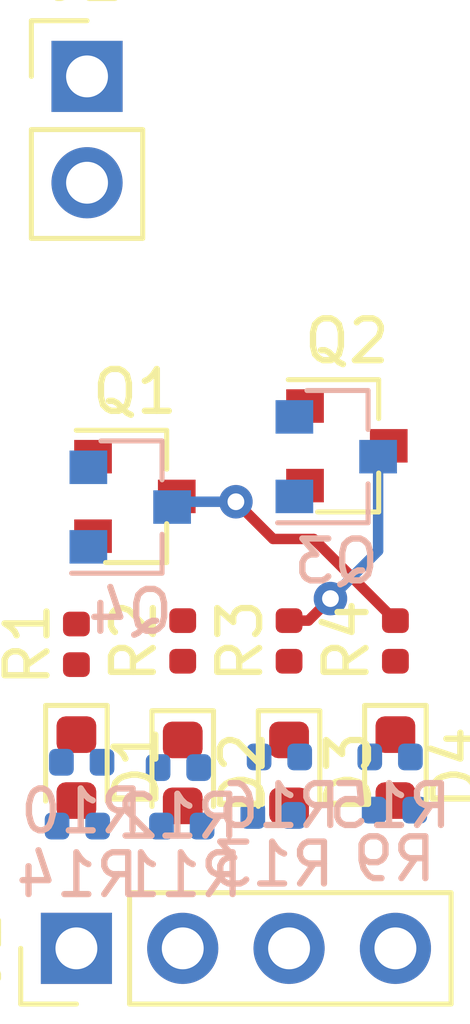
<source format=kicad_pcb>
(kicad_pcb (version 20171130) (host pcbnew "(5.0.2)-1")

  (general
    (thickness 1.6)
    (drawings 0)
    (tracks 11)
    (zones 0)
    (modules 22)
    (nets 19)
  )

  (page A4)
  (layers
    (0 F.Cu signal)
    (31 B.Cu signal)
    (32 B.Adhes user hide)
    (33 F.Adhes user hide)
    (34 B.Paste user hide)
    (35 F.Paste user hide)
    (36 B.SilkS user hide)
    (37 F.SilkS user hide)
    (38 B.Mask user hide)
    (39 F.Mask user hide)
    (40 Dwgs.User user hide)
    (41 Cmts.User user hide)
    (42 Eco1.User user hide)
    (43 Eco2.User user hide)
    (44 Edge.Cuts user)
    (45 Margin user hide)
    (46 B.CrtYd user)
    (47 F.CrtYd user)
    (48 B.Fab user hide)
    (49 F.Fab user hide)
  )

  (setup
    (last_trace_width 0.25)
    (trace_clearance 0.2)
    (zone_clearance 0.508)
    (zone_45_only no)
    (trace_min 0.2)
    (segment_width 0.2)
    (edge_width 0.1)
    (via_size 0.8)
    (via_drill 0.4)
    (via_min_size 0.4)
    (via_min_drill 0.3)
    (uvia_size 0.3)
    (uvia_drill 0.1)
    (uvias_allowed no)
    (uvia_min_size 0.2)
    (uvia_min_drill 0.1)
    (pcb_text_width 0.3)
    (pcb_text_size 1.5 1.5)
    (mod_edge_width 0.15)
    (mod_text_size 1 1)
    (mod_text_width 0.15)
    (pad_size 1.5 1.5)
    (pad_drill 0.6)
    (pad_to_mask_clearance 0)
    (aux_axis_origin 0 0)
    (visible_elements FFFFFF7F)
    (pcbplotparams
      (layerselection 0x010fc_ffffffff)
      (usegerberextensions false)
      (usegerberattributes false)
      (usegerberadvancedattributes false)
      (creategerberjobfile false)
      (excludeedgelayer true)
      (linewidth 0.100000)
      (plotframeref false)
      (viasonmask false)
      (mode 1)
      (useauxorigin false)
      (hpglpennumber 1)
      (hpglpenspeed 20)
      (hpglpendiameter 15.000000)
      (psnegative false)
      (psa4output false)
      (plotreference true)
      (plotvalue true)
      (plotinvisibletext false)
      (padsonsilk false)
      (subtractmaskfromsilk false)
      (outputformat 1)
      (mirror false)
      (drillshape 1)
      (scaleselection 1)
      (outputdirectory ""))
  )

  (net 0 "")
  (net 1 "Net-(D1-Pad1)")
  (net 2 "Net-(Q1-Pad3)")
  (net 3 "Net-(Q2-Pad3)")
  (net 4 "Net-(D2-Pad1)")
  (net 5 "Net-(J1-Pad4)")
  (net 6 "Net-(Q4-Pad1)")
  (net 7 GND)
  (net 8 "Net-(Q3-Pad1)")
  (net 9 "Net-(J1-Pad3)")
  (net 10 "Net-(Q2-Pad1)")
  (net 11 "Net-(J1-Pad2)")
  (net 12 "Net-(Q1-Pad1)")
  (net 13 "Net-(J1-Pad1)")
  (net 14 "Net-(Q4-Pad3)")
  (net 15 "Net-(D4-Pad1)")
  (net 16 "Net-(D3-Pad1)")
  (net 17 "Net-(Q3-Pad3)")
  (net 18 VCC)

  (net_class Default "This is the default net class."
    (clearance 0.2)
    (trace_width 0.25)
    (via_dia 0.8)
    (via_drill 0.4)
    (uvia_dia 0.3)
    (uvia_drill 0.1)
    (add_net GND)
    (add_net "Net-(D1-Pad1)")
    (add_net "Net-(D2-Pad1)")
    (add_net "Net-(D3-Pad1)")
    (add_net "Net-(D4-Pad1)")
    (add_net "Net-(J1-Pad1)")
    (add_net "Net-(J1-Pad2)")
    (add_net "Net-(J1-Pad3)")
    (add_net "Net-(J1-Pad4)")
    (add_net "Net-(Q1-Pad1)")
    (add_net "Net-(Q1-Pad3)")
    (add_net "Net-(Q2-Pad1)")
    (add_net "Net-(Q2-Pad3)")
    (add_net "Net-(Q3-Pad1)")
    (add_net "Net-(Q3-Pad3)")
    (add_net "Net-(Q4-Pad1)")
    (add_net "Net-(Q4-Pad3)")
    (add_net VCC)
  )

  (module Connector_PinHeader_2.54mm:PinHeader_1x02_P2.54mm_Vertical (layer F.Cu) (tedit 59FED5CC) (tstamp 5CD09904)
    (at 131.445 98.933)
    (descr "Through hole straight pin header, 1x02, 2.54mm pitch, single row")
    (tags "Through hole pin header THT 1x02 2.54mm single row")
    (path /5C70CE8D)
    (fp_text reference J2 (at 0 -2.33) (layer F.SilkS)
      (effects (font (size 1 1) (thickness 0.15)))
    )
    (fp_text value Conn_01x02_Male (at 0 4.87) (layer F.Fab)
      (effects (font (size 1 1) (thickness 0.15)))
    )
    (fp_line (start -0.635 -1.27) (end 1.27 -1.27) (layer F.Fab) (width 0.1))
    (fp_line (start 1.27 -1.27) (end 1.27 3.81) (layer F.Fab) (width 0.1))
    (fp_line (start 1.27 3.81) (end -1.27 3.81) (layer F.Fab) (width 0.1))
    (fp_line (start -1.27 3.81) (end -1.27 -0.635) (layer F.Fab) (width 0.1))
    (fp_line (start -1.27 -0.635) (end -0.635 -1.27) (layer F.Fab) (width 0.1))
    (fp_line (start -1.33 3.87) (end 1.33 3.87) (layer F.SilkS) (width 0.12))
    (fp_line (start -1.33 1.27) (end -1.33 3.87) (layer F.SilkS) (width 0.12))
    (fp_line (start 1.33 1.27) (end 1.33 3.87) (layer F.SilkS) (width 0.12))
    (fp_line (start -1.33 1.27) (end 1.33 1.27) (layer F.SilkS) (width 0.12))
    (fp_line (start -1.33 0) (end -1.33 -1.33) (layer F.SilkS) (width 0.12))
    (fp_line (start -1.33 -1.33) (end 0 -1.33) (layer F.SilkS) (width 0.12))
    (fp_line (start -1.8 -1.8) (end -1.8 4.35) (layer F.CrtYd) (width 0.05))
    (fp_line (start -1.8 4.35) (end 1.8 4.35) (layer F.CrtYd) (width 0.05))
    (fp_line (start 1.8 4.35) (end 1.8 -1.8) (layer F.CrtYd) (width 0.05))
    (fp_line (start 1.8 -1.8) (end -1.8 -1.8) (layer F.CrtYd) (width 0.05))
    (fp_text user %R (at 0 1.27 90) (layer F.Fab)
      (effects (font (size 1 1) (thickness 0.15)))
    )
    (pad 1 thru_hole rect (at 0 0) (size 1.7 1.7) (drill 1) (layers *.Cu *.Mask)
      (net 18 VCC))
    (pad 2 thru_hole oval (at 0 2.54) (size 1.7 1.7) (drill 1) (layers *.Cu *.Mask)
      (net 7 GND))
    (model ${KISYS3DMOD}/Connector_PinHeader_2.54mm.3dshapes/PinHeader_1x02_P2.54mm_Vertical.wrl
      (at (xyz 0 0 0))
      (scale (xyz 1 1 1))
      (rotate (xyz 0 0 0))
    )
  )

  (module Connector_PinHeader_2.54mm:PinHeader_1x04_P2.54mm_Vertical (layer F.Cu) (tedit 59FED5CC) (tstamp 5CD09945)
    (at 131.191 119.761 90)
    (descr "Through hole straight pin header, 1x04, 2.54mm pitch, single row")
    (tags "Through hole pin header THT 1x04 2.54mm single row")
    (path /5C70CCC1)
    (fp_text reference J1 (at 0 -2.33 90) (layer F.SilkS)
      (effects (font (size 1 1) (thickness 0.15)))
    )
    (fp_text value Conn_01x08_Male (at 0 9.95 90) (layer F.Fab)
      (effects (font (size 1 1) (thickness 0.15)))
    )
    (fp_line (start -0.635 -1.27) (end 1.27 -1.27) (layer F.Fab) (width 0.1))
    (fp_line (start 1.27 -1.27) (end 1.27 8.89) (layer F.Fab) (width 0.1))
    (fp_line (start 1.27 8.89) (end -1.27 8.89) (layer F.Fab) (width 0.1))
    (fp_line (start -1.27 8.89) (end -1.27 -0.635) (layer F.Fab) (width 0.1))
    (fp_line (start -1.27 -0.635) (end -0.635 -1.27) (layer F.Fab) (width 0.1))
    (fp_line (start -1.33 8.95) (end 1.33 8.95) (layer F.SilkS) (width 0.12))
    (fp_line (start -1.33 1.27) (end -1.33 8.95) (layer F.SilkS) (width 0.12))
    (fp_line (start 1.33 1.27) (end 1.33 8.95) (layer F.SilkS) (width 0.12))
    (fp_line (start -1.33 1.27) (end 1.33 1.27) (layer F.SilkS) (width 0.12))
    (fp_line (start -1.33 0) (end -1.33 -1.33) (layer F.SilkS) (width 0.12))
    (fp_line (start -1.33 -1.33) (end 0 -1.33) (layer F.SilkS) (width 0.12))
    (fp_line (start -1.8 -1.8) (end -1.8 9.4) (layer F.CrtYd) (width 0.05))
    (fp_line (start -1.8 9.4) (end 1.8 9.4) (layer F.CrtYd) (width 0.05))
    (fp_line (start 1.8 9.4) (end 1.8 -1.8) (layer F.CrtYd) (width 0.05))
    (fp_line (start 1.8 -1.8) (end -1.8 -1.8) (layer F.CrtYd) (width 0.05))
    (fp_text user %R (at 0 3.81 180) (layer F.Fab)
      (effects (font (size 1 1) (thickness 0.15)))
    )
    (pad 1 thru_hole rect (at 0 0 90) (size 1.7 1.7) (drill 1) (layers *.Cu *.Mask)
      (net 13 "Net-(J1-Pad1)"))
    (pad 2 thru_hole oval (at 0 2.54 90) (size 1.7 1.7) (drill 1) (layers *.Cu *.Mask)
      (net 11 "Net-(J1-Pad2)"))
    (pad 3 thru_hole oval (at 0 5.08 90) (size 1.7 1.7) (drill 1) (layers *.Cu *.Mask)
      (net 9 "Net-(J1-Pad3)"))
    (pad 4 thru_hole oval (at 0 7.62 90) (size 1.7 1.7) (drill 1) (layers *.Cu *.Mask)
      (net 5 "Net-(J1-Pad4)"))
    (model ${KISYS3DMOD}/Connector_PinHeader_2.54mm.3dshapes/PinHeader_1x04_P2.54mm_Vertical.wrl
      (at (xyz 0 0 0))
      (scale (xyz 1 1 1))
      (rotate (xyz 0 0 0))
    )
  )

  (module LED_SMD:LED_0603_1608Metric (layer F.Cu) (tedit 5B301BBE) (tstamp 5CD09985)
    (at 133.731 115.57 270)
    (descr "LED SMD 0603 (1608 Metric), square (rectangular) end terminal, IPC_7351 nominal, (Body size source: http://www.tortai-tech.com/upload/download/2011102023233369053.pdf), generated with kicad-footprint-generator")
    (tags diode)
    (path /5C70FA21)
    (attr smd)
    (fp_text reference D2 (at 0 -1.43 270) (layer F.SilkS)
      (effects (font (size 1 1) (thickness 0.15)))
    )
    (fp_text value LED (at 0 1.43 270) (layer F.Fab)
      (effects (font (size 1 1) (thickness 0.15)))
    )
    (fp_text user %R (at 0 0 270) (layer F.Fab)
      (effects (font (size 0.4 0.4) (thickness 0.06)))
    )
    (fp_line (start 1.48 0.73) (end -1.48 0.73) (layer F.CrtYd) (width 0.05))
    (fp_line (start 1.48 -0.73) (end 1.48 0.73) (layer F.CrtYd) (width 0.05))
    (fp_line (start -1.48 -0.73) (end 1.48 -0.73) (layer F.CrtYd) (width 0.05))
    (fp_line (start -1.48 0.73) (end -1.48 -0.73) (layer F.CrtYd) (width 0.05))
    (fp_line (start -1.485 0.735) (end 0.8 0.735) (layer F.SilkS) (width 0.12))
    (fp_line (start -1.485 -0.735) (end -1.485 0.735) (layer F.SilkS) (width 0.12))
    (fp_line (start 0.8 -0.735) (end -1.485 -0.735) (layer F.SilkS) (width 0.12))
    (fp_line (start 0.8 0.4) (end 0.8 -0.4) (layer F.Fab) (width 0.1))
    (fp_line (start -0.8 0.4) (end 0.8 0.4) (layer F.Fab) (width 0.1))
    (fp_line (start -0.8 -0.1) (end -0.8 0.4) (layer F.Fab) (width 0.1))
    (fp_line (start -0.5 -0.4) (end -0.8 -0.1) (layer F.Fab) (width 0.1))
    (fp_line (start 0.8 -0.4) (end -0.5 -0.4) (layer F.Fab) (width 0.1))
    (pad 2 smd roundrect (at 0.7875 0 270) (size 0.875 0.95) (layers F.Cu F.Paste F.Mask) (roundrect_rratio 0.25)
      (net 18 VCC))
    (pad 1 smd roundrect (at -0.7875 0 270) (size 0.875 0.95) (layers F.Cu F.Paste F.Mask) (roundrect_rratio 0.25)
      (net 4 "Net-(D2-Pad1)"))
    (model ${KISYS3DMOD}/LED_SMD.3dshapes/LED_0603_1608Metric.wrl
      (at (xyz 0 0 0))
      (scale (xyz 1 1 1))
      (rotate (xyz 0 0 0))
    )
  )

  (module LED_SMD:LED_0603_1608Metric (layer F.Cu) (tedit 5B301BBE) (tstamp 5CD099BB)
    (at 136.271 115.57 270)
    (descr "LED SMD 0603 (1608 Metric), square (rectangular) end terminal, IPC_7351 nominal, (Body size source: http://www.tortai-tech.com/upload/download/2011102023233369053.pdf), generated with kicad-footprint-generator")
    (tags diode)
    (path /5C70FF63)
    (attr smd)
    (fp_text reference D3 (at 0 -1.43 270) (layer F.SilkS)
      (effects (font (size 1 1) (thickness 0.15)))
    )
    (fp_text value LED (at 0 1.43 270) (layer F.Fab)
      (effects (font (size 1 1) (thickness 0.15)))
    )
    (fp_line (start 0.8 -0.4) (end -0.5 -0.4) (layer F.Fab) (width 0.1))
    (fp_line (start -0.5 -0.4) (end -0.8 -0.1) (layer F.Fab) (width 0.1))
    (fp_line (start -0.8 -0.1) (end -0.8 0.4) (layer F.Fab) (width 0.1))
    (fp_line (start -0.8 0.4) (end 0.8 0.4) (layer F.Fab) (width 0.1))
    (fp_line (start 0.8 0.4) (end 0.8 -0.4) (layer F.Fab) (width 0.1))
    (fp_line (start 0.8 -0.735) (end -1.485 -0.735) (layer F.SilkS) (width 0.12))
    (fp_line (start -1.485 -0.735) (end -1.485 0.735) (layer F.SilkS) (width 0.12))
    (fp_line (start -1.485 0.735) (end 0.8 0.735) (layer F.SilkS) (width 0.12))
    (fp_line (start -1.48 0.73) (end -1.48 -0.73) (layer F.CrtYd) (width 0.05))
    (fp_line (start -1.48 -0.73) (end 1.48 -0.73) (layer F.CrtYd) (width 0.05))
    (fp_line (start 1.48 -0.73) (end 1.48 0.73) (layer F.CrtYd) (width 0.05))
    (fp_line (start 1.48 0.73) (end -1.48 0.73) (layer F.CrtYd) (width 0.05))
    (fp_text user %R (at 0 0 270) (layer F.Fab)
      (effects (font (size 0.4 0.4) (thickness 0.06)))
    )
    (pad 1 smd roundrect (at -0.7875 0 270) (size 0.875 0.95) (layers F.Cu F.Paste F.Mask) (roundrect_rratio 0.25)
      (net 16 "Net-(D3-Pad1)"))
    (pad 2 smd roundrect (at 0.7875 0 270) (size 0.875 0.95) (layers F.Cu F.Paste F.Mask) (roundrect_rratio 0.25)
      (net 18 VCC))
    (model ${KISYS3DMOD}/LED_SMD.3dshapes/LED_0603_1608Metric.wrl
      (at (xyz 0 0 0))
      (scale (xyz 1 1 1))
      (rotate (xyz 0 0 0))
    )
  )

  (module LED_SMD:LED_0603_1608Metric (layer F.Cu) (tedit 5B301BBE) (tstamp 5CD09829)
    (at 138.811 115.443 270)
    (descr "LED SMD 0603 (1608 Metric), square (rectangular) end terminal, IPC_7351 nominal, (Body size source: http://www.tortai-tech.com/upload/download/2011102023233369053.pdf), generated with kicad-footprint-generator")
    (tags diode)
    (path /5C71024B)
    (attr smd)
    (fp_text reference D4 (at 0 -1.43 270) (layer F.SilkS)
      (effects (font (size 1 1) (thickness 0.15)))
    )
    (fp_text value LED (at 0 1.43 270) (layer F.Fab)
      (effects (font (size 1 1) (thickness 0.15)))
    )
    (fp_text user %R (at 0 0 270) (layer F.Fab)
      (effects (font (size 0.4 0.4) (thickness 0.06)))
    )
    (fp_line (start 1.48 0.73) (end -1.48 0.73) (layer F.CrtYd) (width 0.05))
    (fp_line (start 1.48 -0.73) (end 1.48 0.73) (layer F.CrtYd) (width 0.05))
    (fp_line (start -1.48 -0.73) (end 1.48 -0.73) (layer F.CrtYd) (width 0.05))
    (fp_line (start -1.48 0.73) (end -1.48 -0.73) (layer F.CrtYd) (width 0.05))
    (fp_line (start -1.485 0.735) (end 0.8 0.735) (layer F.SilkS) (width 0.12))
    (fp_line (start -1.485 -0.735) (end -1.485 0.735) (layer F.SilkS) (width 0.12))
    (fp_line (start 0.8 -0.735) (end -1.485 -0.735) (layer F.SilkS) (width 0.12))
    (fp_line (start 0.8 0.4) (end 0.8 -0.4) (layer F.Fab) (width 0.1))
    (fp_line (start -0.8 0.4) (end 0.8 0.4) (layer F.Fab) (width 0.1))
    (fp_line (start -0.8 -0.1) (end -0.8 0.4) (layer F.Fab) (width 0.1))
    (fp_line (start -0.5 -0.4) (end -0.8 -0.1) (layer F.Fab) (width 0.1))
    (fp_line (start 0.8 -0.4) (end -0.5 -0.4) (layer F.Fab) (width 0.1))
    (pad 2 smd roundrect (at 0.7875 0 270) (size 0.875 0.95) (layers F.Cu F.Paste F.Mask) (roundrect_rratio 0.25)
      (net 18 VCC))
    (pad 1 smd roundrect (at -0.7875 0 270) (size 0.875 0.95) (layers F.Cu F.Paste F.Mask) (roundrect_rratio 0.25)
      (net 15 "Net-(D4-Pad1)"))
    (model ${KISYS3DMOD}/LED_SMD.3dshapes/LED_0603_1608Metric.wrl
      (at (xyz 0 0 0))
      (scale (xyz 1 1 1))
      (rotate (xyz 0 0 0))
    )
  )

  (module LED_SMD:LED_0603_1608Metric (layer F.Cu) (tedit 5B301BBE) (tstamp 5CD099F1)
    (at 131.191 115.443 270)
    (descr "LED SMD 0603 (1608 Metric), square (rectangular) end terminal, IPC_7351 nominal, (Body size source: http://www.tortai-tech.com/upload/download/2011102023233369053.pdf), generated with kicad-footprint-generator")
    (tags diode)
    (path /5C70DD4E)
    (attr smd)
    (fp_text reference D1 (at 0 -1.43 270) (layer F.SilkS)
      (effects (font (size 1 1) (thickness 0.15)))
    )
    (fp_text value LED (at 0 1.43 270) (layer F.Fab)
      (effects (font (size 1 1) (thickness 0.15)))
    )
    (fp_line (start 0.8 -0.4) (end -0.5 -0.4) (layer F.Fab) (width 0.1))
    (fp_line (start -0.5 -0.4) (end -0.8 -0.1) (layer F.Fab) (width 0.1))
    (fp_line (start -0.8 -0.1) (end -0.8 0.4) (layer F.Fab) (width 0.1))
    (fp_line (start -0.8 0.4) (end 0.8 0.4) (layer F.Fab) (width 0.1))
    (fp_line (start 0.8 0.4) (end 0.8 -0.4) (layer F.Fab) (width 0.1))
    (fp_line (start 0.8 -0.735) (end -1.485 -0.735) (layer F.SilkS) (width 0.12))
    (fp_line (start -1.485 -0.735) (end -1.485 0.735) (layer F.SilkS) (width 0.12))
    (fp_line (start -1.485 0.735) (end 0.8 0.735) (layer F.SilkS) (width 0.12))
    (fp_line (start -1.48 0.73) (end -1.48 -0.73) (layer F.CrtYd) (width 0.05))
    (fp_line (start -1.48 -0.73) (end 1.48 -0.73) (layer F.CrtYd) (width 0.05))
    (fp_line (start 1.48 -0.73) (end 1.48 0.73) (layer F.CrtYd) (width 0.05))
    (fp_line (start 1.48 0.73) (end -1.48 0.73) (layer F.CrtYd) (width 0.05))
    (fp_text user %R (at 0 0 270) (layer F.Fab)
      (effects (font (size 0.4 0.4) (thickness 0.06)))
    )
    (pad 1 smd roundrect (at -0.7875 0 270) (size 0.875 0.95) (layers F.Cu F.Paste F.Mask) (roundrect_rratio 0.25)
      (net 1 "Net-(D1-Pad1)"))
    (pad 2 smd roundrect (at 0.7875 0 270) (size 0.875 0.95) (layers F.Cu F.Paste F.Mask) (roundrect_rratio 0.25)
      (net 18 VCC))
    (model ${KISYS3DMOD}/LED_SMD.3dshapes/LED_0603_1608Metric.wrl
      (at (xyz 0 0 0))
      (scale (xyz 1 1 1))
      (rotate (xyz 0 0 0))
    )
  )

  (module Package_TO_SOT_SMD:SOT-23 (layer F.Cu) (tedit 5A02FF57) (tstamp 5CD09A29)
    (at 132.588 108.966)
    (descr "SOT-23, Standard")
    (tags SOT-23)
    (path /5C70E3DE)
    (attr smd)
    (fp_text reference Q1 (at 0 -2.5) (layer F.SilkS)
      (effects (font (size 1 1) (thickness 0.15)))
    )
    (fp_text value 2N3904 (at 0 2.5) (layer F.Fab)
      (effects (font (size 1 1) (thickness 0.15)))
    )
    (fp_line (start 0.76 1.58) (end -0.7 1.58) (layer F.SilkS) (width 0.12))
    (fp_line (start 0.76 -1.58) (end -1.4 -1.58) (layer F.SilkS) (width 0.12))
    (fp_line (start -1.7 1.75) (end -1.7 -1.75) (layer F.CrtYd) (width 0.05))
    (fp_line (start 1.7 1.75) (end -1.7 1.75) (layer F.CrtYd) (width 0.05))
    (fp_line (start 1.7 -1.75) (end 1.7 1.75) (layer F.CrtYd) (width 0.05))
    (fp_line (start -1.7 -1.75) (end 1.7 -1.75) (layer F.CrtYd) (width 0.05))
    (fp_line (start 0.76 -1.58) (end 0.76 -0.65) (layer F.SilkS) (width 0.12))
    (fp_line (start 0.76 1.58) (end 0.76 0.65) (layer F.SilkS) (width 0.12))
    (fp_line (start -0.7 1.52) (end 0.7 1.52) (layer F.Fab) (width 0.1))
    (fp_line (start 0.7 -1.52) (end 0.7 1.52) (layer F.Fab) (width 0.1))
    (fp_line (start -0.7 -0.95) (end -0.15 -1.52) (layer F.Fab) (width 0.1))
    (fp_line (start -0.15 -1.52) (end 0.7 -1.52) (layer F.Fab) (width 0.1))
    (fp_line (start -0.7 -0.95) (end -0.7 1.5) (layer F.Fab) (width 0.1))
    (fp_text user %R (at 0 0 90) (layer F.Fab)
      (effects (font (size 0.5 0.5) (thickness 0.075)))
    )
    (pad 3 smd rect (at 1 0) (size 0.9 0.8) (layers F.Cu F.Paste F.Mask)
      (net 2 "Net-(Q1-Pad3)"))
    (pad 2 smd rect (at -1 0.95) (size 0.9 0.8) (layers F.Cu F.Paste F.Mask)
      (net 7 GND))
    (pad 1 smd rect (at -1 -0.95) (size 0.9 0.8) (layers F.Cu F.Paste F.Mask)
      (net 12 "Net-(Q1-Pad1)"))
    (model ${KISYS3DMOD}/Package_TO_SOT_SMD.3dshapes/SOT-23.wrl
      (at (xyz 0 0 0))
      (scale (xyz 1 1 1))
      (rotate (xyz 0 0 0))
    )
  )

  (module Package_TO_SOT_SMD:SOT-23 (layer F.Cu) (tedit 5A02FF57) (tstamp 5CD0988B)
    (at 137.652 107.757)
    (descr "SOT-23, Standard")
    (tags SOT-23)
    (path /5C70FA37)
    (attr smd)
    (fp_text reference Q2 (at 0 -2.5) (layer F.SilkS)
      (effects (font (size 1 1) (thickness 0.15)))
    )
    (fp_text value 2N3904 (at 0 2.5) (layer F.Fab)
      (effects (font (size 1 1) (thickness 0.15)))
    )
    (fp_text user %R (at 0 0 90) (layer F.Fab)
      (effects (font (size 0.5 0.5) (thickness 0.075)))
    )
    (fp_line (start -0.7 -0.95) (end -0.7 1.5) (layer F.Fab) (width 0.1))
    (fp_line (start -0.15 -1.52) (end 0.7 -1.52) (layer F.Fab) (width 0.1))
    (fp_line (start -0.7 -0.95) (end -0.15 -1.52) (layer F.Fab) (width 0.1))
    (fp_line (start 0.7 -1.52) (end 0.7 1.52) (layer F.Fab) (width 0.1))
    (fp_line (start -0.7 1.52) (end 0.7 1.52) (layer F.Fab) (width 0.1))
    (fp_line (start 0.76 1.58) (end 0.76 0.65) (layer F.SilkS) (width 0.12))
    (fp_line (start 0.76 -1.58) (end 0.76 -0.65) (layer F.SilkS) (width 0.12))
    (fp_line (start -1.7 -1.75) (end 1.7 -1.75) (layer F.CrtYd) (width 0.05))
    (fp_line (start 1.7 -1.75) (end 1.7 1.75) (layer F.CrtYd) (width 0.05))
    (fp_line (start 1.7 1.75) (end -1.7 1.75) (layer F.CrtYd) (width 0.05))
    (fp_line (start -1.7 1.75) (end -1.7 -1.75) (layer F.CrtYd) (width 0.05))
    (fp_line (start 0.76 -1.58) (end -1.4 -1.58) (layer F.SilkS) (width 0.12))
    (fp_line (start 0.76 1.58) (end -0.7 1.58) (layer F.SilkS) (width 0.12))
    (pad 1 smd rect (at -1 -0.95) (size 0.9 0.8) (layers F.Cu F.Paste F.Mask)
      (net 10 "Net-(Q2-Pad1)"))
    (pad 2 smd rect (at -1 0.95) (size 0.9 0.8) (layers F.Cu F.Paste F.Mask)
      (net 7 GND))
    (pad 3 smd rect (at 1 0) (size 0.9 0.8) (layers F.Cu F.Paste F.Mask)
      (net 3 "Net-(Q2-Pad3)"))
    (model ${KISYS3DMOD}/Package_TO_SOT_SMD.3dshapes/SOT-23.wrl
      (at (xyz 0 0 0))
      (scale (xyz 1 1 1))
      (rotate (xyz 0 0 0))
    )
  )

  (module Package_TO_SOT_SMD:SOT-23 (layer B.Cu) (tedit 5A02FF57) (tstamp 5CD09A8F)
    (at 137.398 108.016)
    (descr "SOT-23, Standard")
    (tags SOT-23)
    (path /5C70FF79)
    (attr smd)
    (fp_text reference Q3 (at 0 2.5) (layer B.SilkS)
      (effects (font (size 1 1) (thickness 0.15)) (justify mirror))
    )
    (fp_text value 2N3904 (at 0 -2.5) (layer B.Fab)
      (effects (font (size 1 1) (thickness 0.15)) (justify mirror))
    )
    (fp_line (start 0.76 -1.58) (end -0.7 -1.58) (layer B.SilkS) (width 0.12))
    (fp_line (start 0.76 1.58) (end -1.4 1.58) (layer B.SilkS) (width 0.12))
    (fp_line (start -1.7 -1.75) (end -1.7 1.75) (layer B.CrtYd) (width 0.05))
    (fp_line (start 1.7 -1.75) (end -1.7 -1.75) (layer B.CrtYd) (width 0.05))
    (fp_line (start 1.7 1.75) (end 1.7 -1.75) (layer B.CrtYd) (width 0.05))
    (fp_line (start -1.7 1.75) (end 1.7 1.75) (layer B.CrtYd) (width 0.05))
    (fp_line (start 0.76 1.58) (end 0.76 0.65) (layer B.SilkS) (width 0.12))
    (fp_line (start 0.76 -1.58) (end 0.76 -0.65) (layer B.SilkS) (width 0.12))
    (fp_line (start -0.7 -1.52) (end 0.7 -1.52) (layer B.Fab) (width 0.1))
    (fp_line (start 0.7 1.52) (end 0.7 -1.52) (layer B.Fab) (width 0.1))
    (fp_line (start -0.7 0.95) (end -0.15 1.52) (layer B.Fab) (width 0.1))
    (fp_line (start -0.15 1.52) (end 0.7 1.52) (layer B.Fab) (width 0.1))
    (fp_line (start -0.7 0.95) (end -0.7 -1.5) (layer B.Fab) (width 0.1))
    (fp_text user %R (at 0 0 -90) (layer B.Fab)
      (effects (font (size 0.5 0.5) (thickness 0.075)) (justify mirror))
    )
    (pad 3 smd rect (at 1 0) (size 0.9 0.8) (layers B.Cu B.Paste B.Mask)
      (net 17 "Net-(Q3-Pad3)"))
    (pad 2 smd rect (at -1 -0.95) (size 0.9 0.8) (layers B.Cu B.Paste B.Mask)
      (net 7 GND))
    (pad 1 smd rect (at -1 0.95) (size 0.9 0.8) (layers B.Cu B.Paste B.Mask)
      (net 8 "Net-(Q3-Pad1)"))
    (model ${KISYS3DMOD}/Package_TO_SOT_SMD.3dshapes/SOT-23.wrl
      (at (xyz 0 0 0))
      (scale (xyz 1 1 1))
      (rotate (xyz 0 0 0))
    )
  )

  (module Package_TO_SOT_SMD:SOT-23 (layer B.Cu) (tedit 5A02FF57) (tstamp 5CD09D7F)
    (at 132.477 109.22)
    (descr "SOT-23, Standard")
    (tags SOT-23)
    (path /5C710261)
    (attr smd)
    (fp_text reference Q4 (at 0 2.5) (layer B.SilkS)
      (effects (font (size 1 1) (thickness 0.15)) (justify mirror))
    )
    (fp_text value 2N3904 (at 0 -2.5) (layer B.Fab)
      (effects (font (size 1 1) (thickness 0.15)) (justify mirror))
    )
    (fp_text user %R (at 0 0 -90) (layer B.Fab)
      (effects (font (size 0.5 0.5) (thickness 0.075)) (justify mirror))
    )
    (fp_line (start -0.7 0.95) (end -0.7 -1.5) (layer B.Fab) (width 0.1))
    (fp_line (start -0.15 1.52) (end 0.7 1.52) (layer B.Fab) (width 0.1))
    (fp_line (start -0.7 0.95) (end -0.15 1.52) (layer B.Fab) (width 0.1))
    (fp_line (start 0.7 1.52) (end 0.7 -1.52) (layer B.Fab) (width 0.1))
    (fp_line (start -0.7 -1.52) (end 0.7 -1.52) (layer B.Fab) (width 0.1))
    (fp_line (start 0.76 -1.58) (end 0.76 -0.65) (layer B.SilkS) (width 0.12))
    (fp_line (start 0.76 1.58) (end 0.76 0.65) (layer B.SilkS) (width 0.12))
    (fp_line (start -1.7 1.75) (end 1.7 1.75) (layer B.CrtYd) (width 0.05))
    (fp_line (start 1.7 1.75) (end 1.7 -1.75) (layer B.CrtYd) (width 0.05))
    (fp_line (start 1.7 -1.75) (end -1.7 -1.75) (layer B.CrtYd) (width 0.05))
    (fp_line (start -1.7 -1.75) (end -1.7 1.75) (layer B.CrtYd) (width 0.05))
    (fp_line (start 0.76 1.58) (end -1.4 1.58) (layer B.SilkS) (width 0.12))
    (fp_line (start 0.76 -1.58) (end -0.7 -1.58) (layer B.SilkS) (width 0.12))
    (pad 1 smd rect (at -1 0.95) (size 0.9 0.8) (layers B.Cu B.Paste B.Mask)
      (net 6 "Net-(Q4-Pad1)"))
    (pad 2 smd rect (at -1 -0.95) (size 0.9 0.8) (layers B.Cu B.Paste B.Mask)
      (net 7 GND))
    (pad 3 smd rect (at 1 0) (size 0.9 0.8) (layers B.Cu B.Paste B.Mask)
      (net 14 "Net-(Q4-Pad3)"))
    (model ${KISYS3DMOD}/Package_TO_SOT_SMD.3dshapes/SOT-23.wrl
      (at (xyz 0 0 0))
      (scale (xyz 1 1 1))
      (rotate (xyz 0 0 0))
    )
  )

  (module Resistor_SMD:R_0402_1005Metric (layer B.Cu) (tedit 5B301BBD) (tstamp 5CD09AEF)
    (at 136.04 115.189)
    (descr "Resistor SMD 0402 (1005 Metric), square (rectangular) end terminal, IPC_7351 nominal, (Body size source: http://www.tortai-tech.com/upload/download/2011102023233369053.pdf), generated with kicad-footprint-generator")
    (tags resistor)
    (path /5C796F6E)
    (attr smd)
    (fp_text reference R16 (at 0 1.17) (layer B.SilkS)
      (effects (font (size 1 1) (thickness 0.15)) (justify mirror))
    )
    (fp_text value 47k (at 0 -1.17) (layer B.Fab)
      (effects (font (size 1 1) (thickness 0.15)) (justify mirror))
    )
    (fp_text user %R (at 0 0) (layer B.Fab)
      (effects (font (size 0.25 0.25) (thickness 0.04)) (justify mirror))
    )
    (fp_line (start 0.93 -0.47) (end -0.93 -0.47) (layer B.CrtYd) (width 0.05))
    (fp_line (start 0.93 0.47) (end 0.93 -0.47) (layer B.CrtYd) (width 0.05))
    (fp_line (start -0.93 0.47) (end 0.93 0.47) (layer B.CrtYd) (width 0.05))
    (fp_line (start -0.93 -0.47) (end -0.93 0.47) (layer B.CrtYd) (width 0.05))
    (fp_line (start 0.5 -0.25) (end -0.5 -0.25) (layer B.Fab) (width 0.1))
    (fp_line (start 0.5 0.25) (end 0.5 -0.25) (layer B.Fab) (width 0.1))
    (fp_line (start -0.5 0.25) (end 0.5 0.25) (layer B.Fab) (width 0.1))
    (fp_line (start -0.5 -0.25) (end -0.5 0.25) (layer B.Fab) (width 0.1))
    (pad 2 smd roundrect (at 0.485 0) (size 0.59 0.64) (layers B.Cu B.Paste B.Mask) (roundrect_rratio 0.25)
      (net 7 GND))
    (pad 1 smd roundrect (at -0.485 0) (size 0.59 0.64) (layers B.Cu B.Paste B.Mask) (roundrect_rratio 0.25)
      (net 6 "Net-(Q4-Pad1)"))
    (model ${KISYS3DMOD}/Resistor_SMD.3dshapes/R_0402_1005Metric.wrl
      (at (xyz 0 0 0))
      (scale (xyz 1 1 1))
      (rotate (xyz 0 0 0))
    )
  )

  (module Resistor_SMD:R_0402_1005Metric (layer F.Cu) (tedit 5B301BBD) (tstamp 5CD0A6A9)
    (at 136.271 112.418 90)
    (descr "Resistor SMD 0402 (1005 Metric), square (rectangular) end terminal, IPC_7351 nominal, (Body size source: http://www.tortai-tech.com/upload/download/2011102023233369053.pdf), generated with kicad-footprint-generator")
    (tags resistor)
    (path /5C70FF70)
    (attr smd)
    (fp_text reference R3 (at 0 -1.17 90) (layer F.SilkS)
      (effects (font (size 1 1) (thickness 0.15)))
    )
    (fp_text value 560 (at 0 1.17 90) (layer F.Fab)
      (effects (font (size 1 1) (thickness 0.15)))
    )
    (fp_line (start -0.5 0.25) (end -0.5 -0.25) (layer F.Fab) (width 0.1))
    (fp_line (start -0.5 -0.25) (end 0.5 -0.25) (layer F.Fab) (width 0.1))
    (fp_line (start 0.5 -0.25) (end 0.5 0.25) (layer F.Fab) (width 0.1))
    (fp_line (start 0.5 0.25) (end -0.5 0.25) (layer F.Fab) (width 0.1))
    (fp_line (start -0.93 0.47) (end -0.93 -0.47) (layer F.CrtYd) (width 0.05))
    (fp_line (start -0.93 -0.47) (end 0.93 -0.47) (layer F.CrtYd) (width 0.05))
    (fp_line (start 0.93 -0.47) (end 0.93 0.47) (layer F.CrtYd) (width 0.05))
    (fp_line (start 0.93 0.47) (end -0.93 0.47) (layer F.CrtYd) (width 0.05))
    (fp_text user %R (at 0 0 90) (layer F.Fab)
      (effects (font (size 0.25 0.25) (thickness 0.04)))
    )
    (pad 1 smd roundrect (at -0.485 0 90) (size 0.59 0.64) (layers F.Cu F.Paste F.Mask) (roundrect_rratio 0.25)
      (net 16 "Net-(D3-Pad1)"))
    (pad 2 smd roundrect (at 0.485 0 90) (size 0.59 0.64) (layers F.Cu F.Paste F.Mask) (roundrect_rratio 0.25)
      (net 17 "Net-(Q3-Pad3)"))
    (model ${KISYS3DMOD}/Resistor_SMD.3dshapes/R_0402_1005Metric.wrl
      (at (xyz 0 0 0))
      (scale (xyz 1 1 1))
      (rotate (xyz 0 0 0))
    )
  )

  (module Resistor_SMD:R_0402_1005Metric (layer F.Cu) (tedit 5B301BBD) (tstamp 5CD09C3F)
    (at 138.811 112.418 90)
    (descr "Resistor SMD 0402 (1005 Metric), square (rectangular) end terminal, IPC_7351 nominal, (Body size source: http://www.tortai-tech.com/upload/download/2011102023233369053.pdf), generated with kicad-footprint-generator")
    (tags resistor)
    (path /5C710258)
    (attr smd)
    (fp_text reference R4 (at 0 -1.17 90) (layer F.SilkS)
      (effects (font (size 1 1) (thickness 0.15)))
    )
    (fp_text value 560 (at 0 1.17 90) (layer F.Fab)
      (effects (font (size 1 1) (thickness 0.15)))
    )
    (fp_text user %R (at 0 0 90) (layer F.Fab)
      (effects (font (size 0.25 0.25) (thickness 0.04)))
    )
    (fp_line (start 0.93 0.47) (end -0.93 0.47) (layer F.CrtYd) (width 0.05))
    (fp_line (start 0.93 -0.47) (end 0.93 0.47) (layer F.CrtYd) (width 0.05))
    (fp_line (start -0.93 -0.47) (end 0.93 -0.47) (layer F.CrtYd) (width 0.05))
    (fp_line (start -0.93 0.47) (end -0.93 -0.47) (layer F.CrtYd) (width 0.05))
    (fp_line (start 0.5 0.25) (end -0.5 0.25) (layer F.Fab) (width 0.1))
    (fp_line (start 0.5 -0.25) (end 0.5 0.25) (layer F.Fab) (width 0.1))
    (fp_line (start -0.5 -0.25) (end 0.5 -0.25) (layer F.Fab) (width 0.1))
    (fp_line (start -0.5 0.25) (end -0.5 -0.25) (layer F.Fab) (width 0.1))
    (pad 2 smd roundrect (at 0.485 0 90) (size 0.59 0.64) (layers F.Cu F.Paste F.Mask) (roundrect_rratio 0.25)
      (net 14 "Net-(Q4-Pad3)"))
    (pad 1 smd roundrect (at -0.485 0 90) (size 0.59 0.64) (layers F.Cu F.Paste F.Mask) (roundrect_rratio 0.25)
      (net 15 "Net-(D4-Pad1)"))
    (model ${KISYS3DMOD}/Resistor_SMD.3dshapes/R_0402_1005Metric.wrl
      (at (xyz 0 0 0))
      (scale (xyz 1 1 1))
      (rotate (xyz 0 0 0))
    )
  )

  (module Resistor_SMD:R_0402_1005Metric (layer B.Cu) (tedit 5B301BBD) (tstamp 5CD09F42)
    (at 138.788 116.459)
    (descr "Resistor SMD 0402 (1005 Metric), square (rectangular) end terminal, IPC_7351 nominal, (Body size source: http://www.tortai-tech.com/upload/download/2011102023233369053.pdf), generated with kicad-footprint-generator")
    (tags resistor)
    (path /5C70EAA3)
    (attr smd)
    (fp_text reference R9 (at 0 1.17) (layer B.SilkS)
      (effects (font (size 1 1) (thickness 0.15)) (justify mirror))
    )
    (fp_text value 47k (at 0 -1.17) (layer B.Fab)
      (effects (font (size 1 1) (thickness 0.15)) (justify mirror))
    )
    (fp_line (start -0.5 -0.25) (end -0.5 0.25) (layer B.Fab) (width 0.1))
    (fp_line (start -0.5 0.25) (end 0.5 0.25) (layer B.Fab) (width 0.1))
    (fp_line (start 0.5 0.25) (end 0.5 -0.25) (layer B.Fab) (width 0.1))
    (fp_line (start 0.5 -0.25) (end -0.5 -0.25) (layer B.Fab) (width 0.1))
    (fp_line (start -0.93 -0.47) (end -0.93 0.47) (layer B.CrtYd) (width 0.05))
    (fp_line (start -0.93 0.47) (end 0.93 0.47) (layer B.CrtYd) (width 0.05))
    (fp_line (start 0.93 0.47) (end 0.93 -0.47) (layer B.CrtYd) (width 0.05))
    (fp_line (start 0.93 -0.47) (end -0.93 -0.47) (layer B.CrtYd) (width 0.05))
    (fp_text user %R (at 0 0) (layer B.Fab)
      (effects (font (size 0.25 0.25) (thickness 0.04)) (justify mirror))
    )
    (pad 1 smd roundrect (at -0.485 0) (size 0.59 0.64) (layers B.Cu B.Paste B.Mask) (roundrect_rratio 0.25)
      (net 13 "Net-(J1-Pad1)"))
    (pad 2 smd roundrect (at 0.485 0) (size 0.59 0.64) (layers B.Cu B.Paste B.Mask) (roundrect_rratio 0.25)
      (net 12 "Net-(Q1-Pad1)"))
    (model ${KISYS3DMOD}/Resistor_SMD.3dshapes/R_0402_1005Metric.wrl
      (at (xyz 0 0 0))
      (scale (xyz 1 1 1))
      (rotate (xyz 0 0 0))
    )
  )

  (module Resistor_SMD:R_0402_1005Metric (layer B.Cu) (tedit 5B301BBD) (tstamp 5CD09B43)
    (at 131.318 115.316)
    (descr "Resistor SMD 0402 (1005 Metric), square (rectangular) end terminal, IPC_7351 nominal, (Body size source: http://www.tortai-tech.com/upload/download/2011102023233369053.pdf), generated with kicad-footprint-generator")
    (tags resistor)
    (path /5C796DF0)
    (attr smd)
    (fp_text reference R10 (at 0 1.17) (layer B.SilkS)
      (effects (font (size 1 1) (thickness 0.15)) (justify mirror))
    )
    (fp_text value 47k (at 0 -1.17) (layer B.Fab)
      (effects (font (size 1 1) (thickness 0.15)) (justify mirror))
    )
    (fp_text user %R (at 0 0) (layer B.Fab)
      (effects (font (size 0.25 0.25) (thickness 0.04)) (justify mirror))
    )
    (fp_line (start 0.93 -0.47) (end -0.93 -0.47) (layer B.CrtYd) (width 0.05))
    (fp_line (start 0.93 0.47) (end 0.93 -0.47) (layer B.CrtYd) (width 0.05))
    (fp_line (start -0.93 0.47) (end 0.93 0.47) (layer B.CrtYd) (width 0.05))
    (fp_line (start -0.93 -0.47) (end -0.93 0.47) (layer B.CrtYd) (width 0.05))
    (fp_line (start 0.5 -0.25) (end -0.5 -0.25) (layer B.Fab) (width 0.1))
    (fp_line (start 0.5 0.25) (end 0.5 -0.25) (layer B.Fab) (width 0.1))
    (fp_line (start -0.5 0.25) (end 0.5 0.25) (layer B.Fab) (width 0.1))
    (fp_line (start -0.5 -0.25) (end -0.5 0.25) (layer B.Fab) (width 0.1))
    (pad 2 smd roundrect (at 0.485 0) (size 0.59 0.64) (layers B.Cu B.Paste B.Mask) (roundrect_rratio 0.25)
      (net 7 GND))
    (pad 1 smd roundrect (at -0.485 0) (size 0.59 0.64) (layers B.Cu B.Paste B.Mask) (roundrect_rratio 0.25)
      (net 12 "Net-(Q1-Pad1)"))
    (model ${KISYS3DMOD}/Resistor_SMD.3dshapes/R_0402_1005Metric.wrl
      (at (xyz 0 0 0))
      (scale (xyz 1 1 1))
      (rotate (xyz 0 0 0))
    )
  )

  (module Resistor_SMD:R_0402_1005Metric (layer B.Cu) (tedit 5B301BBD) (tstamp 5CD09B97)
    (at 133.708 116.84)
    (descr "Resistor SMD 0402 (1005 Metric), square (rectangular) end terminal, IPC_7351 nominal, (Body size source: http://www.tortai-tech.com/upload/download/2011102023233369053.pdf), generated with kicad-footprint-generator")
    (tags resistor)
    (path /5C70FA46)
    (attr smd)
    (fp_text reference R11 (at 0 1.17) (layer B.SilkS)
      (effects (font (size 1 1) (thickness 0.15)) (justify mirror))
    )
    (fp_text value 47k (at 0 -1.17) (layer B.Fab)
      (effects (font (size 1 1) (thickness 0.15)) (justify mirror))
    )
    (fp_line (start -0.5 -0.25) (end -0.5 0.25) (layer B.Fab) (width 0.1))
    (fp_line (start -0.5 0.25) (end 0.5 0.25) (layer B.Fab) (width 0.1))
    (fp_line (start 0.5 0.25) (end 0.5 -0.25) (layer B.Fab) (width 0.1))
    (fp_line (start 0.5 -0.25) (end -0.5 -0.25) (layer B.Fab) (width 0.1))
    (fp_line (start -0.93 -0.47) (end -0.93 0.47) (layer B.CrtYd) (width 0.05))
    (fp_line (start -0.93 0.47) (end 0.93 0.47) (layer B.CrtYd) (width 0.05))
    (fp_line (start 0.93 0.47) (end 0.93 -0.47) (layer B.CrtYd) (width 0.05))
    (fp_line (start 0.93 -0.47) (end -0.93 -0.47) (layer B.CrtYd) (width 0.05))
    (fp_text user %R (at 0 0) (layer B.Fab)
      (effects (font (size 0.25 0.25) (thickness 0.04)) (justify mirror))
    )
    (pad 1 smd roundrect (at -0.485 0) (size 0.59 0.64) (layers B.Cu B.Paste B.Mask) (roundrect_rratio 0.25)
      (net 11 "Net-(J1-Pad2)"))
    (pad 2 smd roundrect (at 0.485 0) (size 0.59 0.64) (layers B.Cu B.Paste B.Mask) (roundrect_rratio 0.25)
      (net 10 "Net-(Q2-Pad1)"))
    (model ${KISYS3DMOD}/Resistor_SMD.3dshapes/R_0402_1005Metric.wrl
      (at (xyz 0 0 0))
      (scale (xyz 1 1 1))
      (rotate (xyz 0 0 0))
    )
  )

  (module Resistor_SMD:R_0402_1005Metric (layer B.Cu) (tedit 5B301BBD) (tstamp 5CD09BC1)
    (at 133.627 115.443)
    (descr "Resistor SMD 0402 (1005 Metric), square (rectangular) end terminal, IPC_7351 nominal, (Body size source: http://www.tortai-tech.com/upload/download/2011102023233369053.pdf), generated with kicad-footprint-generator")
    (tags resistor)
    (path /5C796E7A)
    (attr smd)
    (fp_text reference R12 (at 0 1.17) (layer B.SilkS)
      (effects (font (size 1 1) (thickness 0.15)) (justify mirror))
    )
    (fp_text value 47k (at 0 -1.17) (layer B.Fab)
      (effects (font (size 1 1) (thickness 0.15)) (justify mirror))
    )
    (fp_text user %R (at 0 0) (layer B.Fab)
      (effects (font (size 0.25 0.25) (thickness 0.04)) (justify mirror))
    )
    (fp_line (start 0.93 -0.47) (end -0.93 -0.47) (layer B.CrtYd) (width 0.05))
    (fp_line (start 0.93 0.47) (end 0.93 -0.47) (layer B.CrtYd) (width 0.05))
    (fp_line (start -0.93 0.47) (end 0.93 0.47) (layer B.CrtYd) (width 0.05))
    (fp_line (start -0.93 -0.47) (end -0.93 0.47) (layer B.CrtYd) (width 0.05))
    (fp_line (start 0.5 -0.25) (end -0.5 -0.25) (layer B.Fab) (width 0.1))
    (fp_line (start 0.5 0.25) (end 0.5 -0.25) (layer B.Fab) (width 0.1))
    (fp_line (start -0.5 0.25) (end 0.5 0.25) (layer B.Fab) (width 0.1))
    (fp_line (start -0.5 -0.25) (end -0.5 0.25) (layer B.Fab) (width 0.1))
    (pad 2 smd roundrect (at 0.485 0) (size 0.59 0.64) (layers B.Cu B.Paste B.Mask) (roundrect_rratio 0.25)
      (net 7 GND))
    (pad 1 smd roundrect (at -0.485 0) (size 0.59 0.64) (layers B.Cu B.Paste B.Mask) (roundrect_rratio 0.25)
      (net 10 "Net-(Q2-Pad1)"))
    (model ${KISYS3DMOD}/Resistor_SMD.3dshapes/R_0402_1005Metric.wrl
      (at (xyz 0 0 0))
      (scale (xyz 1 1 1))
      (rotate (xyz 0 0 0))
    )
  )

  (module Resistor_SMD:R_0402_1005Metric (layer B.Cu) (tedit 5B301BBD) (tstamp 5CD09A5F)
    (at 135.89 116.586)
    (descr "Resistor SMD 0402 (1005 Metric), square (rectangular) end terminal, IPC_7351 nominal, (Body size source: http://www.tortai-tech.com/upload/download/2011102023233369053.pdf), generated with kicad-footprint-generator")
    (tags resistor)
    (path /5C70FF88)
    (attr smd)
    (fp_text reference R13 (at 0 1.17) (layer B.SilkS)
      (effects (font (size 1 1) (thickness 0.15)) (justify mirror))
    )
    (fp_text value 47k (at 0 -1.17) (layer B.Fab)
      (effects (font (size 1 1) (thickness 0.15)) (justify mirror))
    )
    (fp_line (start -0.5 -0.25) (end -0.5 0.25) (layer B.Fab) (width 0.1))
    (fp_line (start -0.5 0.25) (end 0.5 0.25) (layer B.Fab) (width 0.1))
    (fp_line (start 0.5 0.25) (end 0.5 -0.25) (layer B.Fab) (width 0.1))
    (fp_line (start 0.5 -0.25) (end -0.5 -0.25) (layer B.Fab) (width 0.1))
    (fp_line (start -0.93 -0.47) (end -0.93 0.47) (layer B.CrtYd) (width 0.05))
    (fp_line (start -0.93 0.47) (end 0.93 0.47) (layer B.CrtYd) (width 0.05))
    (fp_line (start 0.93 0.47) (end 0.93 -0.47) (layer B.CrtYd) (width 0.05))
    (fp_line (start 0.93 -0.47) (end -0.93 -0.47) (layer B.CrtYd) (width 0.05))
    (fp_text user %R (at 0 0) (layer B.Fab)
      (effects (font (size 0.25 0.25) (thickness 0.04)) (justify mirror))
    )
    (pad 1 smd roundrect (at -0.485 0) (size 0.59 0.64) (layers B.Cu B.Paste B.Mask) (roundrect_rratio 0.25)
      (net 9 "Net-(J1-Pad3)"))
    (pad 2 smd roundrect (at 0.485 0) (size 0.59 0.64) (layers B.Cu B.Paste B.Mask) (roundrect_rratio 0.25)
      (net 8 "Net-(Q3-Pad1)"))
    (model ${KISYS3DMOD}/Resistor_SMD.3dshapes/R_0402_1005Metric.wrl
      (at (xyz 0 0 0))
      (scale (xyz 1 1 1))
      (rotate (xyz 0 0 0))
    )
  )

  (module Resistor_SMD:R_0402_1005Metric (layer B.Cu) (tedit 5B301BBD) (tstamp 5CD09B6D)
    (at 131.214 116.84)
    (descr "Resistor SMD 0402 (1005 Metric), square (rectangular) end terminal, IPC_7351 nominal, (Body size source: http://www.tortai-tech.com/upload/download/2011102023233369053.pdf), generated with kicad-footprint-generator")
    (tags resistor)
    (path /5C796EF8)
    (attr smd)
    (fp_text reference R14 (at 0 1.17) (layer B.SilkS)
      (effects (font (size 1 1) (thickness 0.15)) (justify mirror))
    )
    (fp_text value 47k (at 0 -1.17) (layer B.Fab)
      (effects (font (size 1 1) (thickness 0.15)) (justify mirror))
    )
    (fp_text user %R (at 0 0) (layer B.Fab)
      (effects (font (size 0.25 0.25) (thickness 0.04)) (justify mirror))
    )
    (fp_line (start 0.93 -0.47) (end -0.93 -0.47) (layer B.CrtYd) (width 0.05))
    (fp_line (start 0.93 0.47) (end 0.93 -0.47) (layer B.CrtYd) (width 0.05))
    (fp_line (start -0.93 0.47) (end 0.93 0.47) (layer B.CrtYd) (width 0.05))
    (fp_line (start -0.93 -0.47) (end -0.93 0.47) (layer B.CrtYd) (width 0.05))
    (fp_line (start 0.5 -0.25) (end -0.5 -0.25) (layer B.Fab) (width 0.1))
    (fp_line (start 0.5 0.25) (end 0.5 -0.25) (layer B.Fab) (width 0.1))
    (fp_line (start -0.5 0.25) (end 0.5 0.25) (layer B.Fab) (width 0.1))
    (fp_line (start -0.5 -0.25) (end -0.5 0.25) (layer B.Fab) (width 0.1))
    (pad 2 smd roundrect (at 0.485 0) (size 0.59 0.64) (layers B.Cu B.Paste B.Mask) (roundrect_rratio 0.25)
      (net 7 GND))
    (pad 1 smd roundrect (at -0.485 0) (size 0.59 0.64) (layers B.Cu B.Paste B.Mask) (roundrect_rratio 0.25)
      (net 8 "Net-(Q3-Pad1)"))
    (model ${KISYS3DMOD}/Resistor_SMD.3dshapes/R_0402_1005Metric.wrl
      (at (xyz 0 0 0))
      (scale (xyz 1 1 1))
      (rotate (xyz 0 0 0))
    )
  )

  (module Resistor_SMD:R_0402_1005Metric (layer B.Cu) (tedit 5B301BBD) (tstamp 5CD09AC5)
    (at 138.684 115.189)
    (descr "Resistor SMD 0402 (1005 Metric), square (rectangular) end terminal, IPC_7351 nominal, (Body size source: http://www.tortai-tech.com/upload/download/2011102023233369053.pdf), generated with kicad-footprint-generator")
    (tags resistor)
    (path /5C710270)
    (attr smd)
    (fp_text reference R15 (at 0 1.17) (layer B.SilkS)
      (effects (font (size 1 1) (thickness 0.15)) (justify mirror))
    )
    (fp_text value 47k (at 0 -1.17) (layer B.Fab)
      (effects (font (size 1 1) (thickness 0.15)) (justify mirror))
    )
    (fp_line (start -0.5 -0.25) (end -0.5 0.25) (layer B.Fab) (width 0.1))
    (fp_line (start -0.5 0.25) (end 0.5 0.25) (layer B.Fab) (width 0.1))
    (fp_line (start 0.5 0.25) (end 0.5 -0.25) (layer B.Fab) (width 0.1))
    (fp_line (start 0.5 -0.25) (end -0.5 -0.25) (layer B.Fab) (width 0.1))
    (fp_line (start -0.93 -0.47) (end -0.93 0.47) (layer B.CrtYd) (width 0.05))
    (fp_line (start -0.93 0.47) (end 0.93 0.47) (layer B.CrtYd) (width 0.05))
    (fp_line (start 0.93 0.47) (end 0.93 -0.47) (layer B.CrtYd) (width 0.05))
    (fp_line (start 0.93 -0.47) (end -0.93 -0.47) (layer B.CrtYd) (width 0.05))
    (fp_text user %R (at 0 0) (layer B.Fab)
      (effects (font (size 0.25 0.25) (thickness 0.04)) (justify mirror))
    )
    (pad 1 smd roundrect (at -0.485 0) (size 0.59 0.64) (layers B.Cu B.Paste B.Mask) (roundrect_rratio 0.25)
      (net 5 "Net-(J1-Pad4)"))
    (pad 2 smd roundrect (at 0.485 0) (size 0.59 0.64) (layers B.Cu B.Paste B.Mask) (roundrect_rratio 0.25)
      (net 6 "Net-(Q4-Pad1)"))
    (model ${KISYS3DMOD}/Resistor_SMD.3dshapes/R_0402_1005Metric.wrl
      (at (xyz 0 0 0))
      (scale (xyz 1 1 1))
      (rotate (xyz 0 0 0))
    )
  )

  (module Resistor_SMD:R_0402_1005Metric (layer F.Cu) (tedit 5B301BBD) (tstamp 5CD09BEB)
    (at 133.731 112.418 90)
    (descr "Resistor SMD 0402 (1005 Metric), square (rectangular) end terminal, IPC_7351 nominal, (Body size source: http://www.tortai-tech.com/upload/download/2011102023233369053.pdf), generated with kicad-footprint-generator")
    (tags resistor)
    (path /5C70FA2E)
    (attr smd)
    (fp_text reference R2 (at 0 -1.17 90) (layer F.SilkS)
      (effects (font (size 1 1) (thickness 0.15)))
    )
    (fp_text value 560 (at 0 1.17 90) (layer F.Fab)
      (effects (font (size 1 1) (thickness 0.15)))
    )
    (fp_text user %R (at 0 0 90) (layer F.Fab)
      (effects (font (size 0.25 0.25) (thickness 0.04)))
    )
    (fp_line (start 0.93 0.47) (end -0.93 0.47) (layer F.CrtYd) (width 0.05))
    (fp_line (start 0.93 -0.47) (end 0.93 0.47) (layer F.CrtYd) (width 0.05))
    (fp_line (start -0.93 -0.47) (end 0.93 -0.47) (layer F.CrtYd) (width 0.05))
    (fp_line (start -0.93 0.47) (end -0.93 -0.47) (layer F.CrtYd) (width 0.05))
    (fp_line (start 0.5 0.25) (end -0.5 0.25) (layer F.Fab) (width 0.1))
    (fp_line (start 0.5 -0.25) (end 0.5 0.25) (layer F.Fab) (width 0.1))
    (fp_line (start -0.5 -0.25) (end 0.5 -0.25) (layer F.Fab) (width 0.1))
    (fp_line (start -0.5 0.25) (end -0.5 -0.25) (layer F.Fab) (width 0.1))
    (pad 2 smd roundrect (at 0.485 0 90) (size 0.59 0.64) (layers F.Cu F.Paste F.Mask) (roundrect_rratio 0.25)
      (net 3 "Net-(Q2-Pad3)"))
    (pad 1 smd roundrect (at -0.485 0 90) (size 0.59 0.64) (layers F.Cu F.Paste F.Mask) (roundrect_rratio 0.25)
      (net 4 "Net-(D2-Pad1)"))
    (model ${KISYS3DMOD}/Resistor_SMD.3dshapes/R_0402_1005Metric.wrl
      (at (xyz 0 0 0))
      (scale (xyz 1 1 1))
      (rotate (xyz 0 0 0))
    )
  )

  (module Resistor_SMD:R_0402_1005Metric (layer F.Cu) (tedit 5B301BBD) (tstamp 5CD0A30A)
    (at 131.191 112.499 90)
    (descr "Resistor SMD 0402 (1005 Metric), square (rectangular) end terminal, IPC_7351 nominal, (Body size source: http://www.tortai-tech.com/upload/download/2011102023233369053.pdf), generated with kicad-footprint-generator")
    (tags resistor)
    (path /5C70E019)
    (attr smd)
    (fp_text reference R1 (at 0 -1.17 90) (layer F.SilkS)
      (effects (font (size 1 1) (thickness 0.15)))
    )
    (fp_text value 560 (at 0 1.17 90) (layer F.Fab)
      (effects (font (size 1 1) (thickness 0.15)))
    )
    (fp_line (start -0.5 0.25) (end -0.5 -0.25) (layer F.Fab) (width 0.1))
    (fp_line (start -0.5 -0.25) (end 0.5 -0.25) (layer F.Fab) (width 0.1))
    (fp_line (start 0.5 -0.25) (end 0.5 0.25) (layer F.Fab) (width 0.1))
    (fp_line (start 0.5 0.25) (end -0.5 0.25) (layer F.Fab) (width 0.1))
    (fp_line (start -0.93 0.47) (end -0.93 -0.47) (layer F.CrtYd) (width 0.05))
    (fp_line (start -0.93 -0.47) (end 0.93 -0.47) (layer F.CrtYd) (width 0.05))
    (fp_line (start 0.93 -0.47) (end 0.93 0.47) (layer F.CrtYd) (width 0.05))
    (fp_line (start 0.93 0.47) (end -0.93 0.47) (layer F.CrtYd) (width 0.05))
    (fp_text user %R (at 0 0 90) (layer F.Fab)
      (effects (font (size 0.25 0.25) (thickness 0.04)))
    )
    (pad 1 smd roundrect (at -0.485 0 90) (size 0.59 0.64) (layers F.Cu F.Paste F.Mask) (roundrect_rratio 0.25)
      (net 1 "Net-(D1-Pad1)"))
    (pad 2 smd roundrect (at 0.485 0 90) (size 0.59 0.64) (layers F.Cu F.Paste F.Mask) (roundrect_rratio 0.25)
      (net 2 "Net-(Q1-Pad3)"))
    (model ${KISYS3DMOD}/Resistor_SMD.3dshapes/R_0402_1005Metric.wrl
      (at (xyz 0 0 0))
      (scale (xyz 1 1 1))
      (rotate (xyz 0 0 0))
    )
  )

  (via (at 135.001 109.093) (size 0.8) (drill 0.4) (layers F.Cu B.Cu) (net 14))
  (segment (start 135.89 109.982) (end 135.001 109.093) (width 0.25) (layer F.Cu) (net 14))
  (segment (start 138.811 111.933) (end 136.86 109.982) (width 0.25) (layer F.Cu) (net 14))
  (segment (start 136.86 109.982) (end 135.89 109.982) (width 0.25) (layer F.Cu) (net 14))
  (segment (start 133.604 109.093) (end 133.477 109.22) (width 0.25) (layer B.Cu) (net 14))
  (segment (start 135.001 109.093) (end 133.604 109.093) (width 0.25) (layer B.Cu) (net 14))
  (via (at 137.259347 111.406653) (size 0.8) (drill 0.4) (layers F.Cu B.Cu) (net 17))
  (segment (start 136.271 111.933) (end 136.733 111.933) (width 0.25) (layer F.Cu) (net 17))
  (segment (start 136.733 111.933) (end 137.259347 111.406653) (width 0.25) (layer F.Cu) (net 17))
  (segment (start 138.398 110.268) (end 138.398 108.016) (width 0.25) (layer B.Cu) (net 17))
  (segment (start 137.259347 111.406653) (end 138.398 110.268) (width 0.25) (layer B.Cu) (net 17))

)

</source>
